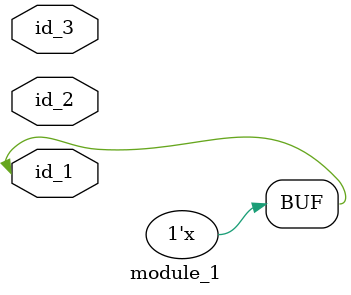
<source format=v>
module module_0 (
    id_1,
    id_2,
    id_3,
    id_4,
    id_5,
    id_6
);
  inout wire id_6;
  output wire id_5;
  output wire id_4;
  output wire id_3;
  output wire id_2;
  inout wire id_1;
  assign id_4 = id_6;
endmodule
module module_1 (
    id_1,
    id_2,
    id_3
);
  input wire id_3;
  input wire id_2;
  inout wire id_1;
  wire id_4;
  always id_1 <= id_1;
  module_0 modCall_1 (
      id_4,
      id_4,
      id_4,
      id_4,
      id_4,
      id_4
  );
  initial id_1 <= 1;
  assign id_1 = id_3[1];
endmodule

</source>
